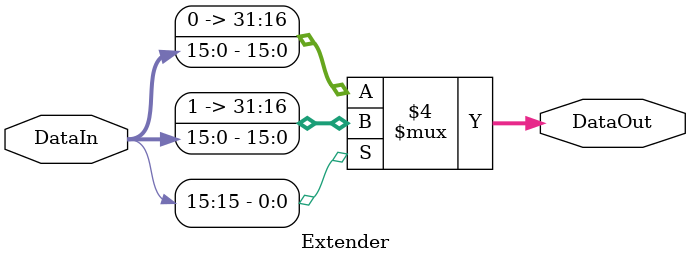
<source format=v>
module Extender (DataIn, DataOut);
	input 	  [15:0] DataIn;
	output reg [31:0] DataOut;
	
	always @ (*) begin
		if(DataIn[15] == 1) begin
			DataOut <= {16'b1111111111111111, DataIn};
		end
		else begin
			DataOut <= {16'b0000000000000000, DataIn};
		end

	end
endmodule
</source>
